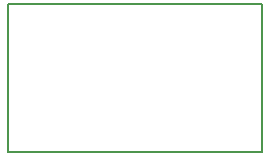
<source format=gbr>
%TF.GenerationSoftware,KiCad,Pcbnew,(6.0.5)*%
%TF.CreationDate,2023-04-14T11:36:58+02:00*%
%TF.ProjectId,keyboardbreakout2_framework,6b657962-6f61-4726-9462-7265616b6f75,rev?*%
%TF.SameCoordinates,Original*%
%TF.FileFunction,Profile,NP*%
%FSLAX46Y46*%
G04 Gerber Fmt 4.6, Leading zero omitted, Abs format (unit mm)*
G04 Created by KiCad (PCBNEW (6.0.5)) date 2023-04-14 11:36:58*
%MOMM*%
%LPD*%
G01*
G04 APERTURE LIST*
%TA.AperFunction,Profile*%
%ADD10C,0.200000*%
%TD*%
G04 APERTURE END LIST*
D10*
X94500000Y-57000000D02*
X73000000Y-57000000D01*
X73000000Y-57000000D02*
X73000000Y-44500000D01*
X73000000Y-44500000D02*
X94500000Y-44500000D01*
X94500000Y-44500000D02*
X94500000Y-57000000D01*
M02*

</source>
